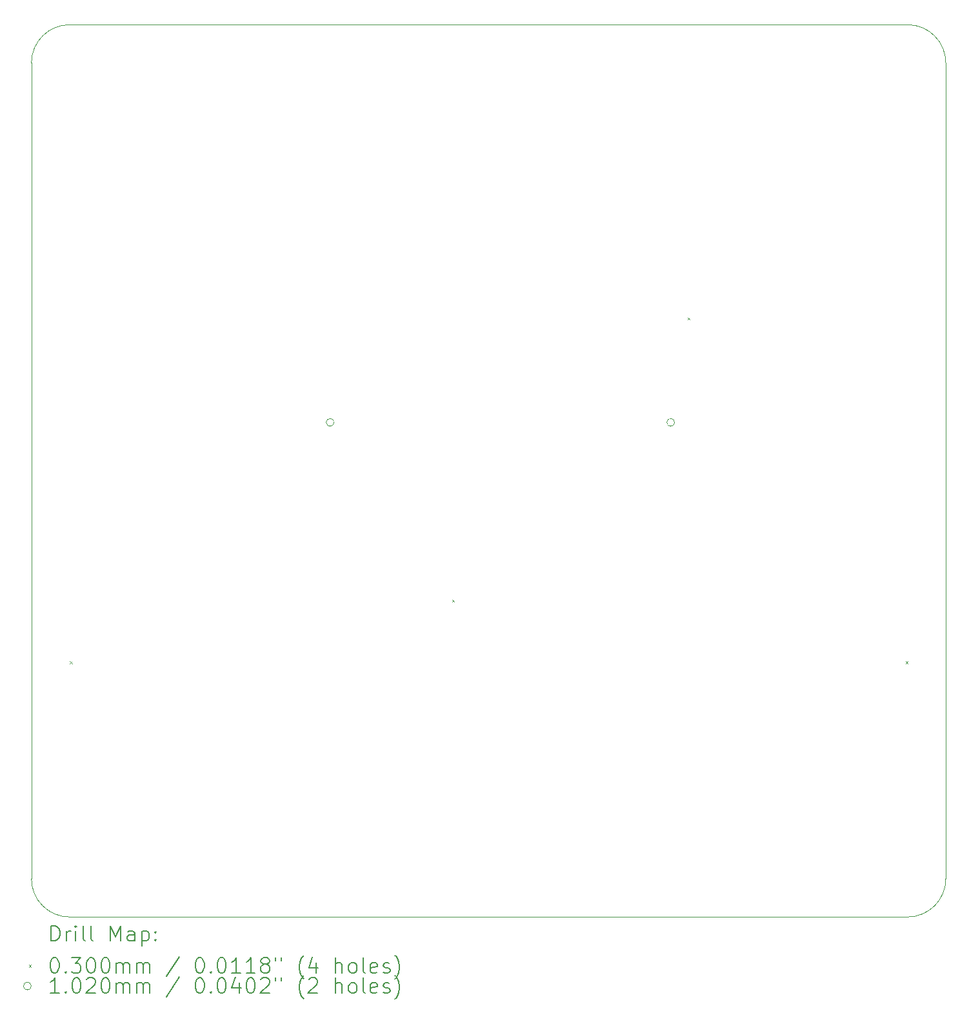
<source format=gbr>
%TF.GenerationSoftware,KiCad,Pcbnew,9.0.0*%
%TF.CreationDate,2025-03-25T13:14:26-05:00*%
%TF.ProjectId,Armor_Plate,41726d6f-725f-4506-9c61-74652e6b6963,rev?*%
%TF.SameCoordinates,Original*%
%TF.FileFunction,Drillmap*%
%TF.FilePolarity,Positive*%
%FSLAX45Y45*%
G04 Gerber Fmt 4.5, Leading zero omitted, Abs format (unit mm)*
G04 Created by KiCad (PCBNEW 9.0.0) date 2025-03-25 13:14:26*
%MOMM*%
%LPD*%
G01*
G04 APERTURE LIST*
%ADD10C,0.050000*%
%ADD11C,0.200000*%
%ADD12C,0.100000*%
%ADD13C,0.102000*%
G04 APERTURE END LIST*
D10*
X13995000Y-2150000D02*
X13995000Y-12850000D01*
X1995000Y-12850000D02*
X1995000Y-2150000D01*
X13995000Y-12850000D02*
G75*
G02*
X13495000Y-13350000I-500000J0D01*
G01*
X13495000Y-13350000D02*
X2495000Y-13350000D01*
X2495000Y-1650000D02*
X13495000Y-1650000D01*
X1995000Y-2150000D02*
G75*
G02*
X2495000Y-1650000I500000J0D01*
G01*
X2495000Y-13350000D02*
G75*
G02*
X1995000Y-12850000I0J500000D01*
G01*
X13495000Y-1650000D02*
G75*
G02*
X13995000Y-2150000I0J-500000D01*
G01*
D11*
D12*
X2497000Y-9999000D02*
X2527000Y-10029000D01*
X2527000Y-9999000D02*
X2497000Y-10029000D01*
X7517000Y-9189000D02*
X7547000Y-9219000D01*
X7547000Y-9189000D02*
X7517000Y-9219000D01*
X10607000Y-5489000D02*
X10637000Y-5519000D01*
X10637000Y-5489000D02*
X10607000Y-5519000D01*
X13467000Y-9999000D02*
X13497000Y-10029000D01*
X13497000Y-9999000D02*
X13467000Y-10029000D01*
D13*
X5966000Y-6865000D02*
G75*
G02*
X5864000Y-6865000I-51000J0D01*
G01*
X5864000Y-6865000D02*
G75*
G02*
X5966000Y-6865000I51000J0D01*
G01*
X10436000Y-6865000D02*
G75*
G02*
X10334000Y-6865000I-51000J0D01*
G01*
X10334000Y-6865000D02*
G75*
G02*
X10436000Y-6865000I51000J0D01*
G01*
D11*
X2253277Y-13663984D02*
X2253277Y-13463984D01*
X2253277Y-13463984D02*
X2300896Y-13463984D01*
X2300896Y-13463984D02*
X2329467Y-13473508D01*
X2329467Y-13473508D02*
X2348515Y-13492555D01*
X2348515Y-13492555D02*
X2358039Y-13511603D01*
X2358039Y-13511603D02*
X2367563Y-13549698D01*
X2367563Y-13549698D02*
X2367563Y-13578269D01*
X2367563Y-13578269D02*
X2358039Y-13616365D01*
X2358039Y-13616365D02*
X2348515Y-13635412D01*
X2348515Y-13635412D02*
X2329467Y-13654460D01*
X2329467Y-13654460D02*
X2300896Y-13663984D01*
X2300896Y-13663984D02*
X2253277Y-13663984D01*
X2453277Y-13663984D02*
X2453277Y-13530650D01*
X2453277Y-13568746D02*
X2462801Y-13549698D01*
X2462801Y-13549698D02*
X2472324Y-13540174D01*
X2472324Y-13540174D02*
X2491372Y-13530650D01*
X2491372Y-13530650D02*
X2510420Y-13530650D01*
X2577086Y-13663984D02*
X2577086Y-13530650D01*
X2577086Y-13463984D02*
X2567563Y-13473508D01*
X2567563Y-13473508D02*
X2577086Y-13483031D01*
X2577086Y-13483031D02*
X2586610Y-13473508D01*
X2586610Y-13473508D02*
X2577086Y-13463984D01*
X2577086Y-13463984D02*
X2577086Y-13483031D01*
X2700896Y-13663984D02*
X2681848Y-13654460D01*
X2681848Y-13654460D02*
X2672324Y-13635412D01*
X2672324Y-13635412D02*
X2672324Y-13463984D01*
X2805658Y-13663984D02*
X2786610Y-13654460D01*
X2786610Y-13654460D02*
X2777086Y-13635412D01*
X2777086Y-13635412D02*
X2777086Y-13463984D01*
X3034229Y-13663984D02*
X3034229Y-13463984D01*
X3034229Y-13463984D02*
X3100896Y-13606841D01*
X3100896Y-13606841D02*
X3167562Y-13463984D01*
X3167562Y-13463984D02*
X3167562Y-13663984D01*
X3348515Y-13663984D02*
X3348515Y-13559222D01*
X3348515Y-13559222D02*
X3338991Y-13540174D01*
X3338991Y-13540174D02*
X3319943Y-13530650D01*
X3319943Y-13530650D02*
X3281848Y-13530650D01*
X3281848Y-13530650D02*
X3262801Y-13540174D01*
X3348515Y-13654460D02*
X3329467Y-13663984D01*
X3329467Y-13663984D02*
X3281848Y-13663984D01*
X3281848Y-13663984D02*
X3262801Y-13654460D01*
X3262801Y-13654460D02*
X3253277Y-13635412D01*
X3253277Y-13635412D02*
X3253277Y-13616365D01*
X3253277Y-13616365D02*
X3262801Y-13597317D01*
X3262801Y-13597317D02*
X3281848Y-13587793D01*
X3281848Y-13587793D02*
X3329467Y-13587793D01*
X3329467Y-13587793D02*
X3348515Y-13578269D01*
X3443753Y-13530650D02*
X3443753Y-13730650D01*
X3443753Y-13540174D02*
X3462801Y-13530650D01*
X3462801Y-13530650D02*
X3500896Y-13530650D01*
X3500896Y-13530650D02*
X3519943Y-13540174D01*
X3519943Y-13540174D02*
X3529467Y-13549698D01*
X3529467Y-13549698D02*
X3538991Y-13568746D01*
X3538991Y-13568746D02*
X3538991Y-13625888D01*
X3538991Y-13625888D02*
X3529467Y-13644936D01*
X3529467Y-13644936D02*
X3519943Y-13654460D01*
X3519943Y-13654460D02*
X3500896Y-13663984D01*
X3500896Y-13663984D02*
X3462801Y-13663984D01*
X3462801Y-13663984D02*
X3443753Y-13654460D01*
X3624705Y-13644936D02*
X3634229Y-13654460D01*
X3634229Y-13654460D02*
X3624705Y-13663984D01*
X3624705Y-13663984D02*
X3615182Y-13654460D01*
X3615182Y-13654460D02*
X3624705Y-13644936D01*
X3624705Y-13644936D02*
X3624705Y-13663984D01*
X3624705Y-13540174D02*
X3634229Y-13549698D01*
X3634229Y-13549698D02*
X3624705Y-13559222D01*
X3624705Y-13559222D02*
X3615182Y-13549698D01*
X3615182Y-13549698D02*
X3624705Y-13540174D01*
X3624705Y-13540174D02*
X3624705Y-13559222D01*
D12*
X1962500Y-13977500D02*
X1992500Y-14007500D01*
X1992500Y-13977500D02*
X1962500Y-14007500D01*
D11*
X2291372Y-13883984D02*
X2310420Y-13883984D01*
X2310420Y-13883984D02*
X2329467Y-13893508D01*
X2329467Y-13893508D02*
X2338991Y-13903031D01*
X2338991Y-13903031D02*
X2348515Y-13922079D01*
X2348515Y-13922079D02*
X2358039Y-13960174D01*
X2358039Y-13960174D02*
X2358039Y-14007793D01*
X2358039Y-14007793D02*
X2348515Y-14045888D01*
X2348515Y-14045888D02*
X2338991Y-14064936D01*
X2338991Y-14064936D02*
X2329467Y-14074460D01*
X2329467Y-14074460D02*
X2310420Y-14083984D01*
X2310420Y-14083984D02*
X2291372Y-14083984D01*
X2291372Y-14083984D02*
X2272324Y-14074460D01*
X2272324Y-14074460D02*
X2262801Y-14064936D01*
X2262801Y-14064936D02*
X2253277Y-14045888D01*
X2253277Y-14045888D02*
X2243753Y-14007793D01*
X2243753Y-14007793D02*
X2243753Y-13960174D01*
X2243753Y-13960174D02*
X2253277Y-13922079D01*
X2253277Y-13922079D02*
X2262801Y-13903031D01*
X2262801Y-13903031D02*
X2272324Y-13893508D01*
X2272324Y-13893508D02*
X2291372Y-13883984D01*
X2443753Y-14064936D02*
X2453277Y-14074460D01*
X2453277Y-14074460D02*
X2443753Y-14083984D01*
X2443753Y-14083984D02*
X2434229Y-14074460D01*
X2434229Y-14074460D02*
X2443753Y-14064936D01*
X2443753Y-14064936D02*
X2443753Y-14083984D01*
X2519944Y-13883984D02*
X2643753Y-13883984D01*
X2643753Y-13883984D02*
X2577086Y-13960174D01*
X2577086Y-13960174D02*
X2605658Y-13960174D01*
X2605658Y-13960174D02*
X2624705Y-13969698D01*
X2624705Y-13969698D02*
X2634229Y-13979222D01*
X2634229Y-13979222D02*
X2643753Y-13998269D01*
X2643753Y-13998269D02*
X2643753Y-14045888D01*
X2643753Y-14045888D02*
X2634229Y-14064936D01*
X2634229Y-14064936D02*
X2624705Y-14074460D01*
X2624705Y-14074460D02*
X2605658Y-14083984D01*
X2605658Y-14083984D02*
X2548515Y-14083984D01*
X2548515Y-14083984D02*
X2529467Y-14074460D01*
X2529467Y-14074460D02*
X2519944Y-14064936D01*
X2767563Y-13883984D02*
X2786610Y-13883984D01*
X2786610Y-13883984D02*
X2805658Y-13893508D01*
X2805658Y-13893508D02*
X2815182Y-13903031D01*
X2815182Y-13903031D02*
X2824705Y-13922079D01*
X2824705Y-13922079D02*
X2834229Y-13960174D01*
X2834229Y-13960174D02*
X2834229Y-14007793D01*
X2834229Y-14007793D02*
X2824705Y-14045888D01*
X2824705Y-14045888D02*
X2815182Y-14064936D01*
X2815182Y-14064936D02*
X2805658Y-14074460D01*
X2805658Y-14074460D02*
X2786610Y-14083984D01*
X2786610Y-14083984D02*
X2767563Y-14083984D01*
X2767563Y-14083984D02*
X2748515Y-14074460D01*
X2748515Y-14074460D02*
X2738991Y-14064936D01*
X2738991Y-14064936D02*
X2729467Y-14045888D01*
X2729467Y-14045888D02*
X2719944Y-14007793D01*
X2719944Y-14007793D02*
X2719944Y-13960174D01*
X2719944Y-13960174D02*
X2729467Y-13922079D01*
X2729467Y-13922079D02*
X2738991Y-13903031D01*
X2738991Y-13903031D02*
X2748515Y-13893508D01*
X2748515Y-13893508D02*
X2767563Y-13883984D01*
X2958039Y-13883984D02*
X2977086Y-13883984D01*
X2977086Y-13883984D02*
X2996134Y-13893508D01*
X2996134Y-13893508D02*
X3005658Y-13903031D01*
X3005658Y-13903031D02*
X3015182Y-13922079D01*
X3015182Y-13922079D02*
X3024705Y-13960174D01*
X3024705Y-13960174D02*
X3024705Y-14007793D01*
X3024705Y-14007793D02*
X3015182Y-14045888D01*
X3015182Y-14045888D02*
X3005658Y-14064936D01*
X3005658Y-14064936D02*
X2996134Y-14074460D01*
X2996134Y-14074460D02*
X2977086Y-14083984D01*
X2977086Y-14083984D02*
X2958039Y-14083984D01*
X2958039Y-14083984D02*
X2938991Y-14074460D01*
X2938991Y-14074460D02*
X2929467Y-14064936D01*
X2929467Y-14064936D02*
X2919943Y-14045888D01*
X2919943Y-14045888D02*
X2910420Y-14007793D01*
X2910420Y-14007793D02*
X2910420Y-13960174D01*
X2910420Y-13960174D02*
X2919943Y-13922079D01*
X2919943Y-13922079D02*
X2929467Y-13903031D01*
X2929467Y-13903031D02*
X2938991Y-13893508D01*
X2938991Y-13893508D02*
X2958039Y-13883984D01*
X3110420Y-14083984D02*
X3110420Y-13950650D01*
X3110420Y-13969698D02*
X3119943Y-13960174D01*
X3119943Y-13960174D02*
X3138991Y-13950650D01*
X3138991Y-13950650D02*
X3167563Y-13950650D01*
X3167563Y-13950650D02*
X3186610Y-13960174D01*
X3186610Y-13960174D02*
X3196134Y-13979222D01*
X3196134Y-13979222D02*
X3196134Y-14083984D01*
X3196134Y-13979222D02*
X3205658Y-13960174D01*
X3205658Y-13960174D02*
X3224705Y-13950650D01*
X3224705Y-13950650D02*
X3253277Y-13950650D01*
X3253277Y-13950650D02*
X3272324Y-13960174D01*
X3272324Y-13960174D02*
X3281848Y-13979222D01*
X3281848Y-13979222D02*
X3281848Y-14083984D01*
X3377086Y-14083984D02*
X3377086Y-13950650D01*
X3377086Y-13969698D02*
X3386610Y-13960174D01*
X3386610Y-13960174D02*
X3405658Y-13950650D01*
X3405658Y-13950650D02*
X3434229Y-13950650D01*
X3434229Y-13950650D02*
X3453277Y-13960174D01*
X3453277Y-13960174D02*
X3462801Y-13979222D01*
X3462801Y-13979222D02*
X3462801Y-14083984D01*
X3462801Y-13979222D02*
X3472324Y-13960174D01*
X3472324Y-13960174D02*
X3491372Y-13950650D01*
X3491372Y-13950650D02*
X3519943Y-13950650D01*
X3519943Y-13950650D02*
X3538991Y-13960174D01*
X3538991Y-13960174D02*
X3548515Y-13979222D01*
X3548515Y-13979222D02*
X3548515Y-14083984D01*
X3938991Y-13874460D02*
X3767563Y-14131603D01*
X4196134Y-13883984D02*
X4215182Y-13883984D01*
X4215182Y-13883984D02*
X4234229Y-13893508D01*
X4234229Y-13893508D02*
X4243753Y-13903031D01*
X4243753Y-13903031D02*
X4253277Y-13922079D01*
X4253277Y-13922079D02*
X4262801Y-13960174D01*
X4262801Y-13960174D02*
X4262801Y-14007793D01*
X4262801Y-14007793D02*
X4253277Y-14045888D01*
X4253277Y-14045888D02*
X4243753Y-14064936D01*
X4243753Y-14064936D02*
X4234229Y-14074460D01*
X4234229Y-14074460D02*
X4215182Y-14083984D01*
X4215182Y-14083984D02*
X4196134Y-14083984D01*
X4196134Y-14083984D02*
X4177086Y-14074460D01*
X4177086Y-14074460D02*
X4167563Y-14064936D01*
X4167563Y-14064936D02*
X4158039Y-14045888D01*
X4158039Y-14045888D02*
X4148515Y-14007793D01*
X4148515Y-14007793D02*
X4148515Y-13960174D01*
X4148515Y-13960174D02*
X4158039Y-13922079D01*
X4158039Y-13922079D02*
X4167563Y-13903031D01*
X4167563Y-13903031D02*
X4177086Y-13893508D01*
X4177086Y-13893508D02*
X4196134Y-13883984D01*
X4348515Y-14064936D02*
X4358039Y-14074460D01*
X4358039Y-14074460D02*
X4348515Y-14083984D01*
X4348515Y-14083984D02*
X4338991Y-14074460D01*
X4338991Y-14074460D02*
X4348515Y-14064936D01*
X4348515Y-14064936D02*
X4348515Y-14083984D01*
X4481848Y-13883984D02*
X4500896Y-13883984D01*
X4500896Y-13883984D02*
X4519944Y-13893508D01*
X4519944Y-13893508D02*
X4529468Y-13903031D01*
X4529468Y-13903031D02*
X4538991Y-13922079D01*
X4538991Y-13922079D02*
X4548515Y-13960174D01*
X4548515Y-13960174D02*
X4548515Y-14007793D01*
X4548515Y-14007793D02*
X4538991Y-14045888D01*
X4538991Y-14045888D02*
X4529468Y-14064936D01*
X4529468Y-14064936D02*
X4519944Y-14074460D01*
X4519944Y-14074460D02*
X4500896Y-14083984D01*
X4500896Y-14083984D02*
X4481848Y-14083984D01*
X4481848Y-14083984D02*
X4462801Y-14074460D01*
X4462801Y-14074460D02*
X4453277Y-14064936D01*
X4453277Y-14064936D02*
X4443753Y-14045888D01*
X4443753Y-14045888D02*
X4434229Y-14007793D01*
X4434229Y-14007793D02*
X4434229Y-13960174D01*
X4434229Y-13960174D02*
X4443753Y-13922079D01*
X4443753Y-13922079D02*
X4453277Y-13903031D01*
X4453277Y-13903031D02*
X4462801Y-13893508D01*
X4462801Y-13893508D02*
X4481848Y-13883984D01*
X4738991Y-14083984D02*
X4624706Y-14083984D01*
X4681848Y-14083984D02*
X4681848Y-13883984D01*
X4681848Y-13883984D02*
X4662801Y-13912555D01*
X4662801Y-13912555D02*
X4643753Y-13931603D01*
X4643753Y-13931603D02*
X4624706Y-13941127D01*
X4929468Y-14083984D02*
X4815182Y-14083984D01*
X4872325Y-14083984D02*
X4872325Y-13883984D01*
X4872325Y-13883984D02*
X4853277Y-13912555D01*
X4853277Y-13912555D02*
X4834229Y-13931603D01*
X4834229Y-13931603D02*
X4815182Y-13941127D01*
X5043753Y-13969698D02*
X5024706Y-13960174D01*
X5024706Y-13960174D02*
X5015182Y-13950650D01*
X5015182Y-13950650D02*
X5005658Y-13931603D01*
X5005658Y-13931603D02*
X5005658Y-13922079D01*
X5005658Y-13922079D02*
X5015182Y-13903031D01*
X5015182Y-13903031D02*
X5024706Y-13893508D01*
X5024706Y-13893508D02*
X5043753Y-13883984D01*
X5043753Y-13883984D02*
X5081849Y-13883984D01*
X5081849Y-13883984D02*
X5100896Y-13893508D01*
X5100896Y-13893508D02*
X5110420Y-13903031D01*
X5110420Y-13903031D02*
X5119944Y-13922079D01*
X5119944Y-13922079D02*
X5119944Y-13931603D01*
X5119944Y-13931603D02*
X5110420Y-13950650D01*
X5110420Y-13950650D02*
X5100896Y-13960174D01*
X5100896Y-13960174D02*
X5081849Y-13969698D01*
X5081849Y-13969698D02*
X5043753Y-13969698D01*
X5043753Y-13969698D02*
X5024706Y-13979222D01*
X5024706Y-13979222D02*
X5015182Y-13988746D01*
X5015182Y-13988746D02*
X5005658Y-14007793D01*
X5005658Y-14007793D02*
X5005658Y-14045888D01*
X5005658Y-14045888D02*
X5015182Y-14064936D01*
X5015182Y-14064936D02*
X5024706Y-14074460D01*
X5024706Y-14074460D02*
X5043753Y-14083984D01*
X5043753Y-14083984D02*
X5081849Y-14083984D01*
X5081849Y-14083984D02*
X5100896Y-14074460D01*
X5100896Y-14074460D02*
X5110420Y-14064936D01*
X5110420Y-14064936D02*
X5119944Y-14045888D01*
X5119944Y-14045888D02*
X5119944Y-14007793D01*
X5119944Y-14007793D02*
X5110420Y-13988746D01*
X5110420Y-13988746D02*
X5100896Y-13979222D01*
X5100896Y-13979222D02*
X5081849Y-13969698D01*
X5196134Y-13883984D02*
X5196134Y-13922079D01*
X5272325Y-13883984D02*
X5272325Y-13922079D01*
X5567563Y-14160174D02*
X5558039Y-14150650D01*
X5558039Y-14150650D02*
X5538991Y-14122079D01*
X5538991Y-14122079D02*
X5529468Y-14103031D01*
X5529468Y-14103031D02*
X5519944Y-14074460D01*
X5519944Y-14074460D02*
X5510420Y-14026841D01*
X5510420Y-14026841D02*
X5510420Y-13988746D01*
X5510420Y-13988746D02*
X5519944Y-13941127D01*
X5519944Y-13941127D02*
X5529468Y-13912555D01*
X5529468Y-13912555D02*
X5538991Y-13893508D01*
X5538991Y-13893508D02*
X5558039Y-13864936D01*
X5558039Y-13864936D02*
X5567563Y-13855412D01*
X5729468Y-13950650D02*
X5729468Y-14083984D01*
X5681848Y-13874460D02*
X5634229Y-14017317D01*
X5634229Y-14017317D02*
X5758039Y-14017317D01*
X5986610Y-14083984D02*
X5986610Y-13883984D01*
X6072325Y-14083984D02*
X6072325Y-13979222D01*
X6072325Y-13979222D02*
X6062801Y-13960174D01*
X6062801Y-13960174D02*
X6043753Y-13950650D01*
X6043753Y-13950650D02*
X6015182Y-13950650D01*
X6015182Y-13950650D02*
X5996134Y-13960174D01*
X5996134Y-13960174D02*
X5986610Y-13969698D01*
X6196134Y-14083984D02*
X6177087Y-14074460D01*
X6177087Y-14074460D02*
X6167563Y-14064936D01*
X6167563Y-14064936D02*
X6158039Y-14045888D01*
X6158039Y-14045888D02*
X6158039Y-13988746D01*
X6158039Y-13988746D02*
X6167563Y-13969698D01*
X6167563Y-13969698D02*
X6177087Y-13960174D01*
X6177087Y-13960174D02*
X6196134Y-13950650D01*
X6196134Y-13950650D02*
X6224706Y-13950650D01*
X6224706Y-13950650D02*
X6243753Y-13960174D01*
X6243753Y-13960174D02*
X6253277Y-13969698D01*
X6253277Y-13969698D02*
X6262801Y-13988746D01*
X6262801Y-13988746D02*
X6262801Y-14045888D01*
X6262801Y-14045888D02*
X6253277Y-14064936D01*
X6253277Y-14064936D02*
X6243753Y-14074460D01*
X6243753Y-14074460D02*
X6224706Y-14083984D01*
X6224706Y-14083984D02*
X6196134Y-14083984D01*
X6377087Y-14083984D02*
X6358039Y-14074460D01*
X6358039Y-14074460D02*
X6348515Y-14055412D01*
X6348515Y-14055412D02*
X6348515Y-13883984D01*
X6529468Y-14074460D02*
X6510420Y-14083984D01*
X6510420Y-14083984D02*
X6472325Y-14083984D01*
X6472325Y-14083984D02*
X6453277Y-14074460D01*
X6453277Y-14074460D02*
X6443753Y-14055412D01*
X6443753Y-14055412D02*
X6443753Y-13979222D01*
X6443753Y-13979222D02*
X6453277Y-13960174D01*
X6453277Y-13960174D02*
X6472325Y-13950650D01*
X6472325Y-13950650D02*
X6510420Y-13950650D01*
X6510420Y-13950650D02*
X6529468Y-13960174D01*
X6529468Y-13960174D02*
X6538991Y-13979222D01*
X6538991Y-13979222D02*
X6538991Y-13998269D01*
X6538991Y-13998269D02*
X6443753Y-14017317D01*
X6615182Y-14074460D02*
X6634230Y-14083984D01*
X6634230Y-14083984D02*
X6672325Y-14083984D01*
X6672325Y-14083984D02*
X6691372Y-14074460D01*
X6691372Y-14074460D02*
X6700896Y-14055412D01*
X6700896Y-14055412D02*
X6700896Y-14045888D01*
X6700896Y-14045888D02*
X6691372Y-14026841D01*
X6691372Y-14026841D02*
X6672325Y-14017317D01*
X6672325Y-14017317D02*
X6643753Y-14017317D01*
X6643753Y-14017317D02*
X6624706Y-14007793D01*
X6624706Y-14007793D02*
X6615182Y-13988746D01*
X6615182Y-13988746D02*
X6615182Y-13979222D01*
X6615182Y-13979222D02*
X6624706Y-13960174D01*
X6624706Y-13960174D02*
X6643753Y-13950650D01*
X6643753Y-13950650D02*
X6672325Y-13950650D01*
X6672325Y-13950650D02*
X6691372Y-13960174D01*
X6767563Y-14160174D02*
X6777087Y-14150650D01*
X6777087Y-14150650D02*
X6796134Y-14122079D01*
X6796134Y-14122079D02*
X6805658Y-14103031D01*
X6805658Y-14103031D02*
X6815182Y-14074460D01*
X6815182Y-14074460D02*
X6824706Y-14026841D01*
X6824706Y-14026841D02*
X6824706Y-13988746D01*
X6824706Y-13988746D02*
X6815182Y-13941127D01*
X6815182Y-13941127D02*
X6805658Y-13912555D01*
X6805658Y-13912555D02*
X6796134Y-13893508D01*
X6796134Y-13893508D02*
X6777087Y-13864936D01*
X6777087Y-13864936D02*
X6767563Y-13855412D01*
D13*
X1992500Y-14256500D02*
G75*
G02*
X1890500Y-14256500I-51000J0D01*
G01*
X1890500Y-14256500D02*
G75*
G02*
X1992500Y-14256500I51000J0D01*
G01*
D11*
X2358039Y-14347984D02*
X2243753Y-14347984D01*
X2300896Y-14347984D02*
X2300896Y-14147984D01*
X2300896Y-14147984D02*
X2281848Y-14176555D01*
X2281848Y-14176555D02*
X2262801Y-14195603D01*
X2262801Y-14195603D02*
X2243753Y-14205127D01*
X2443753Y-14328936D02*
X2453277Y-14338460D01*
X2453277Y-14338460D02*
X2443753Y-14347984D01*
X2443753Y-14347984D02*
X2434229Y-14338460D01*
X2434229Y-14338460D02*
X2443753Y-14328936D01*
X2443753Y-14328936D02*
X2443753Y-14347984D01*
X2577086Y-14147984D02*
X2596134Y-14147984D01*
X2596134Y-14147984D02*
X2615182Y-14157508D01*
X2615182Y-14157508D02*
X2624705Y-14167031D01*
X2624705Y-14167031D02*
X2634229Y-14186079D01*
X2634229Y-14186079D02*
X2643753Y-14224174D01*
X2643753Y-14224174D02*
X2643753Y-14271793D01*
X2643753Y-14271793D02*
X2634229Y-14309888D01*
X2634229Y-14309888D02*
X2624705Y-14328936D01*
X2624705Y-14328936D02*
X2615182Y-14338460D01*
X2615182Y-14338460D02*
X2596134Y-14347984D01*
X2596134Y-14347984D02*
X2577086Y-14347984D01*
X2577086Y-14347984D02*
X2558039Y-14338460D01*
X2558039Y-14338460D02*
X2548515Y-14328936D01*
X2548515Y-14328936D02*
X2538991Y-14309888D01*
X2538991Y-14309888D02*
X2529467Y-14271793D01*
X2529467Y-14271793D02*
X2529467Y-14224174D01*
X2529467Y-14224174D02*
X2538991Y-14186079D01*
X2538991Y-14186079D02*
X2548515Y-14167031D01*
X2548515Y-14167031D02*
X2558039Y-14157508D01*
X2558039Y-14157508D02*
X2577086Y-14147984D01*
X2719944Y-14167031D02*
X2729467Y-14157508D01*
X2729467Y-14157508D02*
X2748515Y-14147984D01*
X2748515Y-14147984D02*
X2796134Y-14147984D01*
X2796134Y-14147984D02*
X2815182Y-14157508D01*
X2815182Y-14157508D02*
X2824705Y-14167031D01*
X2824705Y-14167031D02*
X2834229Y-14186079D01*
X2834229Y-14186079D02*
X2834229Y-14205127D01*
X2834229Y-14205127D02*
X2824705Y-14233698D01*
X2824705Y-14233698D02*
X2710420Y-14347984D01*
X2710420Y-14347984D02*
X2834229Y-14347984D01*
X2958039Y-14147984D02*
X2977086Y-14147984D01*
X2977086Y-14147984D02*
X2996134Y-14157508D01*
X2996134Y-14157508D02*
X3005658Y-14167031D01*
X3005658Y-14167031D02*
X3015182Y-14186079D01*
X3015182Y-14186079D02*
X3024705Y-14224174D01*
X3024705Y-14224174D02*
X3024705Y-14271793D01*
X3024705Y-14271793D02*
X3015182Y-14309888D01*
X3015182Y-14309888D02*
X3005658Y-14328936D01*
X3005658Y-14328936D02*
X2996134Y-14338460D01*
X2996134Y-14338460D02*
X2977086Y-14347984D01*
X2977086Y-14347984D02*
X2958039Y-14347984D01*
X2958039Y-14347984D02*
X2938991Y-14338460D01*
X2938991Y-14338460D02*
X2929467Y-14328936D01*
X2929467Y-14328936D02*
X2919943Y-14309888D01*
X2919943Y-14309888D02*
X2910420Y-14271793D01*
X2910420Y-14271793D02*
X2910420Y-14224174D01*
X2910420Y-14224174D02*
X2919943Y-14186079D01*
X2919943Y-14186079D02*
X2929467Y-14167031D01*
X2929467Y-14167031D02*
X2938991Y-14157508D01*
X2938991Y-14157508D02*
X2958039Y-14147984D01*
X3110420Y-14347984D02*
X3110420Y-14214650D01*
X3110420Y-14233698D02*
X3119943Y-14224174D01*
X3119943Y-14224174D02*
X3138991Y-14214650D01*
X3138991Y-14214650D02*
X3167563Y-14214650D01*
X3167563Y-14214650D02*
X3186610Y-14224174D01*
X3186610Y-14224174D02*
X3196134Y-14243222D01*
X3196134Y-14243222D02*
X3196134Y-14347984D01*
X3196134Y-14243222D02*
X3205658Y-14224174D01*
X3205658Y-14224174D02*
X3224705Y-14214650D01*
X3224705Y-14214650D02*
X3253277Y-14214650D01*
X3253277Y-14214650D02*
X3272324Y-14224174D01*
X3272324Y-14224174D02*
X3281848Y-14243222D01*
X3281848Y-14243222D02*
X3281848Y-14347984D01*
X3377086Y-14347984D02*
X3377086Y-14214650D01*
X3377086Y-14233698D02*
X3386610Y-14224174D01*
X3386610Y-14224174D02*
X3405658Y-14214650D01*
X3405658Y-14214650D02*
X3434229Y-14214650D01*
X3434229Y-14214650D02*
X3453277Y-14224174D01*
X3453277Y-14224174D02*
X3462801Y-14243222D01*
X3462801Y-14243222D02*
X3462801Y-14347984D01*
X3462801Y-14243222D02*
X3472324Y-14224174D01*
X3472324Y-14224174D02*
X3491372Y-14214650D01*
X3491372Y-14214650D02*
X3519943Y-14214650D01*
X3519943Y-14214650D02*
X3538991Y-14224174D01*
X3538991Y-14224174D02*
X3548515Y-14243222D01*
X3548515Y-14243222D02*
X3548515Y-14347984D01*
X3938991Y-14138460D02*
X3767563Y-14395603D01*
X4196134Y-14147984D02*
X4215182Y-14147984D01*
X4215182Y-14147984D02*
X4234229Y-14157508D01*
X4234229Y-14157508D02*
X4243753Y-14167031D01*
X4243753Y-14167031D02*
X4253277Y-14186079D01*
X4253277Y-14186079D02*
X4262801Y-14224174D01*
X4262801Y-14224174D02*
X4262801Y-14271793D01*
X4262801Y-14271793D02*
X4253277Y-14309888D01*
X4253277Y-14309888D02*
X4243753Y-14328936D01*
X4243753Y-14328936D02*
X4234229Y-14338460D01*
X4234229Y-14338460D02*
X4215182Y-14347984D01*
X4215182Y-14347984D02*
X4196134Y-14347984D01*
X4196134Y-14347984D02*
X4177086Y-14338460D01*
X4177086Y-14338460D02*
X4167563Y-14328936D01*
X4167563Y-14328936D02*
X4158039Y-14309888D01*
X4158039Y-14309888D02*
X4148515Y-14271793D01*
X4148515Y-14271793D02*
X4148515Y-14224174D01*
X4148515Y-14224174D02*
X4158039Y-14186079D01*
X4158039Y-14186079D02*
X4167563Y-14167031D01*
X4167563Y-14167031D02*
X4177086Y-14157508D01*
X4177086Y-14157508D02*
X4196134Y-14147984D01*
X4348515Y-14328936D02*
X4358039Y-14338460D01*
X4358039Y-14338460D02*
X4348515Y-14347984D01*
X4348515Y-14347984D02*
X4338991Y-14338460D01*
X4338991Y-14338460D02*
X4348515Y-14328936D01*
X4348515Y-14328936D02*
X4348515Y-14347984D01*
X4481848Y-14147984D02*
X4500896Y-14147984D01*
X4500896Y-14147984D02*
X4519944Y-14157508D01*
X4519944Y-14157508D02*
X4529468Y-14167031D01*
X4529468Y-14167031D02*
X4538991Y-14186079D01*
X4538991Y-14186079D02*
X4548515Y-14224174D01*
X4548515Y-14224174D02*
X4548515Y-14271793D01*
X4548515Y-14271793D02*
X4538991Y-14309888D01*
X4538991Y-14309888D02*
X4529468Y-14328936D01*
X4529468Y-14328936D02*
X4519944Y-14338460D01*
X4519944Y-14338460D02*
X4500896Y-14347984D01*
X4500896Y-14347984D02*
X4481848Y-14347984D01*
X4481848Y-14347984D02*
X4462801Y-14338460D01*
X4462801Y-14338460D02*
X4453277Y-14328936D01*
X4453277Y-14328936D02*
X4443753Y-14309888D01*
X4443753Y-14309888D02*
X4434229Y-14271793D01*
X4434229Y-14271793D02*
X4434229Y-14224174D01*
X4434229Y-14224174D02*
X4443753Y-14186079D01*
X4443753Y-14186079D02*
X4453277Y-14167031D01*
X4453277Y-14167031D02*
X4462801Y-14157508D01*
X4462801Y-14157508D02*
X4481848Y-14147984D01*
X4719944Y-14214650D02*
X4719944Y-14347984D01*
X4672325Y-14138460D02*
X4624706Y-14281317D01*
X4624706Y-14281317D02*
X4748515Y-14281317D01*
X4862801Y-14147984D02*
X4881849Y-14147984D01*
X4881849Y-14147984D02*
X4900896Y-14157508D01*
X4900896Y-14157508D02*
X4910420Y-14167031D01*
X4910420Y-14167031D02*
X4919944Y-14186079D01*
X4919944Y-14186079D02*
X4929468Y-14224174D01*
X4929468Y-14224174D02*
X4929468Y-14271793D01*
X4929468Y-14271793D02*
X4919944Y-14309888D01*
X4919944Y-14309888D02*
X4910420Y-14328936D01*
X4910420Y-14328936D02*
X4900896Y-14338460D01*
X4900896Y-14338460D02*
X4881849Y-14347984D01*
X4881849Y-14347984D02*
X4862801Y-14347984D01*
X4862801Y-14347984D02*
X4843753Y-14338460D01*
X4843753Y-14338460D02*
X4834229Y-14328936D01*
X4834229Y-14328936D02*
X4824706Y-14309888D01*
X4824706Y-14309888D02*
X4815182Y-14271793D01*
X4815182Y-14271793D02*
X4815182Y-14224174D01*
X4815182Y-14224174D02*
X4824706Y-14186079D01*
X4824706Y-14186079D02*
X4834229Y-14167031D01*
X4834229Y-14167031D02*
X4843753Y-14157508D01*
X4843753Y-14157508D02*
X4862801Y-14147984D01*
X5005658Y-14167031D02*
X5015182Y-14157508D01*
X5015182Y-14157508D02*
X5034229Y-14147984D01*
X5034229Y-14147984D02*
X5081849Y-14147984D01*
X5081849Y-14147984D02*
X5100896Y-14157508D01*
X5100896Y-14157508D02*
X5110420Y-14167031D01*
X5110420Y-14167031D02*
X5119944Y-14186079D01*
X5119944Y-14186079D02*
X5119944Y-14205127D01*
X5119944Y-14205127D02*
X5110420Y-14233698D01*
X5110420Y-14233698D02*
X4996134Y-14347984D01*
X4996134Y-14347984D02*
X5119944Y-14347984D01*
X5196134Y-14147984D02*
X5196134Y-14186079D01*
X5272325Y-14147984D02*
X5272325Y-14186079D01*
X5567563Y-14424174D02*
X5558039Y-14414650D01*
X5558039Y-14414650D02*
X5538991Y-14386079D01*
X5538991Y-14386079D02*
X5529468Y-14367031D01*
X5529468Y-14367031D02*
X5519944Y-14338460D01*
X5519944Y-14338460D02*
X5510420Y-14290841D01*
X5510420Y-14290841D02*
X5510420Y-14252746D01*
X5510420Y-14252746D02*
X5519944Y-14205127D01*
X5519944Y-14205127D02*
X5529468Y-14176555D01*
X5529468Y-14176555D02*
X5538991Y-14157508D01*
X5538991Y-14157508D02*
X5558039Y-14128936D01*
X5558039Y-14128936D02*
X5567563Y-14119412D01*
X5634229Y-14167031D02*
X5643753Y-14157508D01*
X5643753Y-14157508D02*
X5662801Y-14147984D01*
X5662801Y-14147984D02*
X5710420Y-14147984D01*
X5710420Y-14147984D02*
X5729468Y-14157508D01*
X5729468Y-14157508D02*
X5738991Y-14167031D01*
X5738991Y-14167031D02*
X5748515Y-14186079D01*
X5748515Y-14186079D02*
X5748515Y-14205127D01*
X5748515Y-14205127D02*
X5738991Y-14233698D01*
X5738991Y-14233698D02*
X5624706Y-14347984D01*
X5624706Y-14347984D02*
X5748515Y-14347984D01*
X5986610Y-14347984D02*
X5986610Y-14147984D01*
X6072325Y-14347984D02*
X6072325Y-14243222D01*
X6072325Y-14243222D02*
X6062801Y-14224174D01*
X6062801Y-14224174D02*
X6043753Y-14214650D01*
X6043753Y-14214650D02*
X6015182Y-14214650D01*
X6015182Y-14214650D02*
X5996134Y-14224174D01*
X5996134Y-14224174D02*
X5986610Y-14233698D01*
X6196134Y-14347984D02*
X6177087Y-14338460D01*
X6177087Y-14338460D02*
X6167563Y-14328936D01*
X6167563Y-14328936D02*
X6158039Y-14309888D01*
X6158039Y-14309888D02*
X6158039Y-14252746D01*
X6158039Y-14252746D02*
X6167563Y-14233698D01*
X6167563Y-14233698D02*
X6177087Y-14224174D01*
X6177087Y-14224174D02*
X6196134Y-14214650D01*
X6196134Y-14214650D02*
X6224706Y-14214650D01*
X6224706Y-14214650D02*
X6243753Y-14224174D01*
X6243753Y-14224174D02*
X6253277Y-14233698D01*
X6253277Y-14233698D02*
X6262801Y-14252746D01*
X6262801Y-14252746D02*
X6262801Y-14309888D01*
X6262801Y-14309888D02*
X6253277Y-14328936D01*
X6253277Y-14328936D02*
X6243753Y-14338460D01*
X6243753Y-14338460D02*
X6224706Y-14347984D01*
X6224706Y-14347984D02*
X6196134Y-14347984D01*
X6377087Y-14347984D02*
X6358039Y-14338460D01*
X6358039Y-14338460D02*
X6348515Y-14319412D01*
X6348515Y-14319412D02*
X6348515Y-14147984D01*
X6529468Y-14338460D02*
X6510420Y-14347984D01*
X6510420Y-14347984D02*
X6472325Y-14347984D01*
X6472325Y-14347984D02*
X6453277Y-14338460D01*
X6453277Y-14338460D02*
X6443753Y-14319412D01*
X6443753Y-14319412D02*
X6443753Y-14243222D01*
X6443753Y-14243222D02*
X6453277Y-14224174D01*
X6453277Y-14224174D02*
X6472325Y-14214650D01*
X6472325Y-14214650D02*
X6510420Y-14214650D01*
X6510420Y-14214650D02*
X6529468Y-14224174D01*
X6529468Y-14224174D02*
X6538991Y-14243222D01*
X6538991Y-14243222D02*
X6538991Y-14262269D01*
X6538991Y-14262269D02*
X6443753Y-14281317D01*
X6615182Y-14338460D02*
X6634230Y-14347984D01*
X6634230Y-14347984D02*
X6672325Y-14347984D01*
X6672325Y-14347984D02*
X6691372Y-14338460D01*
X6691372Y-14338460D02*
X6700896Y-14319412D01*
X6700896Y-14319412D02*
X6700896Y-14309888D01*
X6700896Y-14309888D02*
X6691372Y-14290841D01*
X6691372Y-14290841D02*
X6672325Y-14281317D01*
X6672325Y-14281317D02*
X6643753Y-14281317D01*
X6643753Y-14281317D02*
X6624706Y-14271793D01*
X6624706Y-14271793D02*
X6615182Y-14252746D01*
X6615182Y-14252746D02*
X6615182Y-14243222D01*
X6615182Y-14243222D02*
X6624706Y-14224174D01*
X6624706Y-14224174D02*
X6643753Y-14214650D01*
X6643753Y-14214650D02*
X6672325Y-14214650D01*
X6672325Y-14214650D02*
X6691372Y-14224174D01*
X6767563Y-14424174D02*
X6777087Y-14414650D01*
X6777087Y-14414650D02*
X6796134Y-14386079D01*
X6796134Y-14386079D02*
X6805658Y-14367031D01*
X6805658Y-14367031D02*
X6815182Y-14338460D01*
X6815182Y-14338460D02*
X6824706Y-14290841D01*
X6824706Y-14290841D02*
X6824706Y-14252746D01*
X6824706Y-14252746D02*
X6815182Y-14205127D01*
X6815182Y-14205127D02*
X6805658Y-14176555D01*
X6805658Y-14176555D02*
X6796134Y-14157508D01*
X6796134Y-14157508D02*
X6777087Y-14128936D01*
X6777087Y-14128936D02*
X6767563Y-14119412D01*
M02*

</source>
